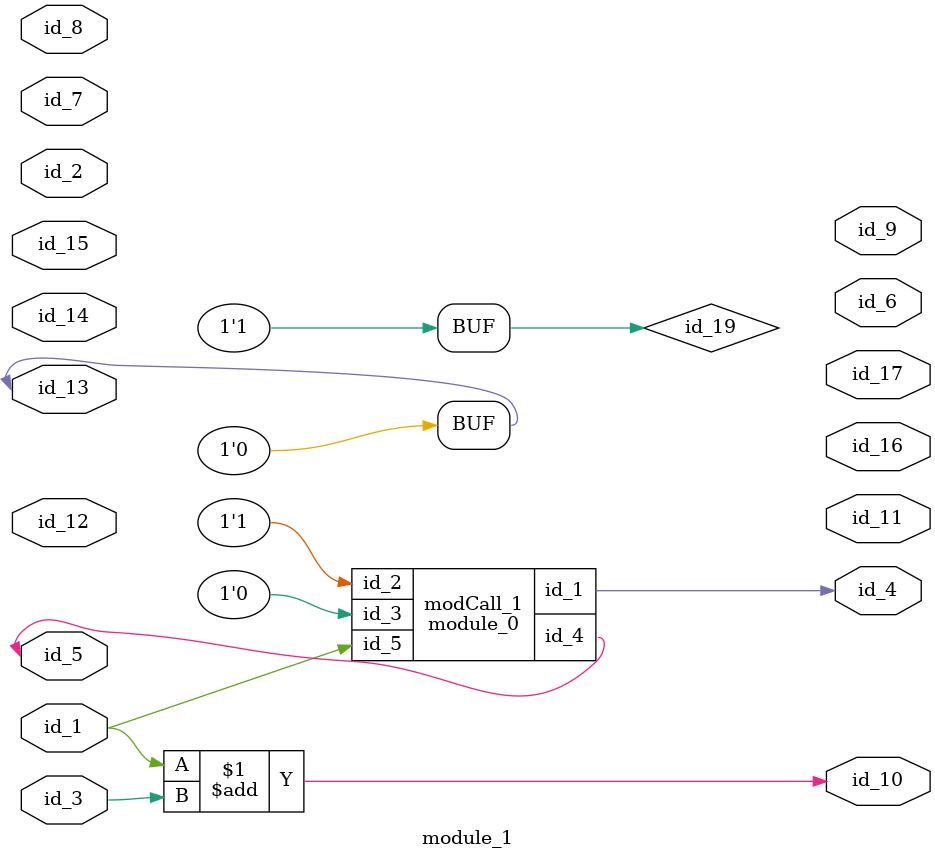
<source format=v>
module module_0 (
    id_1,
    id_2,
    id_3,
    id_4,
    id_5
);
  input wire id_5;
  inout wire id_4;
  input wire id_3;
  input wire id_2;
  output wire id_1;
  assign id_4 = id_3;
endmodule
module module_1 (
    id_1,
    id_2,
    id_3,
    id_4,
    id_5,
    id_6,
    id_7,
    id_8,
    id_9,
    id_10,
    id_11,
    id_12,
    id_13,
    id_14,
    id_15,
    id_16,
    id_17
);
  output wire id_17;
  output wire id_16;
  input wire id_15;
  inout wire id_14;
  inout wire id_13;
  inout wire id_12;
  output wire id_11;
  output wire id_10;
  output wire id_9;
  input wire id_8;
  inout wire id_7;
  output wire id_6;
  inout wire id_5;
  output wire id_4;
  inout wire id_3;
  input wire id_2;
  input wire id_1;
  assign id_13 = 1'b0;
  assign id_10 = id_1 + id_3;
  localparam id_18 = id_15;
  wire id_19 = 1;
  module_0 modCall_1 (
      id_4,
      id_19,
      id_13,
      id_5,
      id_1
  );
  parameter id_20 = id_15;
endmodule

</source>
